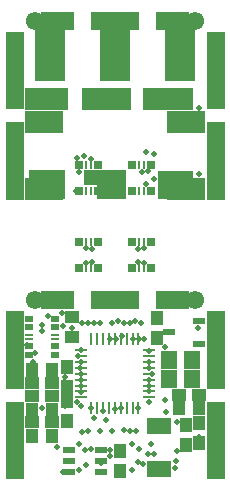
<source format=gbr>
G04 EAGLE Gerber RS-274X export*
G75*
%MOMM*%
%FSLAX34Y34*%
%LPD*%
%INSoldermask Bottom*%
%IPPOS*%
%AMOC8*
5,1,8,0,0,1.08239X$1,22.5*%
G01*
%ADD10R,3.250800X1.850800*%
%ADD11R,1.050800X1.150800*%
%ADD12R,1.150800X1.050800*%
%ADD13R,1.350800X1.550800*%
%ADD14R,2.590800X5.130800*%
%ADD15R,1.050800X0.600800*%
%ADD16R,0.670800X0.650800*%
%ADD17R,0.290800X0.650800*%
%ADD18R,0.280800X1.050800*%
%ADD19R,1.050800X0.280800*%
%ADD20R,0.650800X0.600800*%
%ADD21R,0.650800X0.290800*%
%ADD22R,0.650800X0.500800*%
%ADD23R,2.050800X1.350800*%
%ADD24R,1.066800X0.558800*%
%ADD25C,0.504800*%
%ADD26R,1.550800X1.550800*%
%ADD27R,0.754800X0.754800*%
%ADD28C,1.550800*%


D10*
X56388Y333943D03*
X56388Y277943D03*
X176276Y333943D03*
X176276Y277943D03*
D11*
X187443Y91821D03*
X170443Y91821D03*
X45856Y68326D03*
X62856Y68326D03*
X45856Y90297D03*
X62856Y90297D03*
D12*
X170443Y103378D03*
X187443Y103378D03*
D13*
X181331Y132969D03*
X162331Y132969D03*
X181331Y116967D03*
X162331Y116967D03*
D11*
X120523Y55617D03*
X120523Y38617D03*
D12*
X45856Y112903D03*
X62856Y112903D03*
D11*
X75565Y81035D03*
X75565Y98035D03*
X75565Y127118D03*
X75565Y110118D03*
D12*
X62856Y79883D03*
X45856Y79883D03*
D11*
X187833Y79747D03*
X187833Y62747D03*
D12*
X62856Y101854D03*
X45856Y101854D03*
D11*
X151892Y168520D03*
X151892Y151520D03*
D14*
X61468Y394462D03*
X116586Y394462D03*
X171704Y394462D03*
D11*
X45856Y124460D03*
X62856Y124460D03*
D12*
X80010Y152028D03*
X80010Y169028D03*
D15*
X77343Y37592D03*
X77343Y47092D03*
X77343Y56592D03*
X104343Y37592D03*
X104343Y47092D03*
X104343Y56592D03*
D16*
X102235Y297688D03*
X86235Y297688D03*
X86235Y275688D03*
X102235Y275688D03*
D17*
X96235Y297688D03*
X92235Y297688D03*
X96235Y275688D03*
X92235Y275688D03*
D16*
X146939Y297688D03*
X130939Y297688D03*
X130939Y275688D03*
X146939Y275688D03*
D17*
X140939Y297688D03*
X136939Y297688D03*
X140939Y275688D03*
X136939Y275688D03*
D16*
X146939Y232410D03*
X130939Y232410D03*
X130939Y210410D03*
X146939Y210410D03*
D17*
X140939Y232410D03*
X136939Y232410D03*
X140939Y210410D03*
X136939Y210410D03*
D16*
X85725Y210439D03*
X101725Y210439D03*
X101725Y232439D03*
X85725Y232439D03*
D17*
X91725Y210439D03*
X95725Y210439D03*
X91725Y232439D03*
X95725Y232439D03*
D18*
X136332Y92158D03*
X131332Y92158D03*
X126332Y92158D03*
X121332Y92158D03*
X116332Y92158D03*
X111332Y92158D03*
X106332Y92158D03*
X101332Y92158D03*
X96332Y92158D03*
D19*
X87332Y101158D03*
X87332Y106158D03*
X87332Y111158D03*
X87332Y116158D03*
X87332Y121158D03*
X87332Y126158D03*
X87332Y131158D03*
X87332Y136158D03*
X87332Y141158D03*
D18*
X96332Y150158D03*
X101332Y150158D03*
X106332Y150158D03*
X111332Y150158D03*
X116332Y150158D03*
X121332Y150158D03*
X126332Y150158D03*
X131332Y150158D03*
X136332Y150158D03*
D19*
X145332Y141158D03*
X145332Y136158D03*
X145332Y131158D03*
X145332Y126158D03*
X145332Y121158D03*
X145332Y116158D03*
X145332Y111158D03*
X145332Y106158D03*
X145382Y101158D03*
D11*
X176784Y78096D03*
X176784Y61096D03*
D20*
X43434Y160274D03*
D21*
X43434Y154274D03*
X43434Y150274D03*
D20*
X43434Y144274D03*
X65934Y144274D03*
X65934Y160274D03*
D21*
X65934Y154274D03*
X65934Y150274D03*
D22*
X43434Y167774D03*
X43434Y136774D03*
X65934Y167774D03*
X65934Y136774D03*
D23*
X153670Y40174D03*
X153670Y77174D03*
D24*
X187745Y165749D03*
X187745Y146477D03*
X161805Y156637D03*
D25*
X145332Y106110D03*
X116284Y91440D03*
X87476Y141302D03*
X103812Y163703D03*
X131332Y150158D03*
X112502Y56337D03*
X101725Y210164D03*
D26*
X31496Y313817D03*
X31496Y301244D03*
X31496Y288671D03*
X201676Y313817D03*
X201676Y301244D03*
X201676Y288671D03*
X201676Y276098D03*
D27*
X110744Y272415D03*
X122428Y272415D03*
X110744Y278257D03*
X116586Y278257D03*
X122428Y278257D03*
X110744Y284099D03*
X116586Y284099D03*
X122428Y284099D03*
X110744Y289941D03*
X116586Y289941D03*
X122428Y289941D03*
X104902Y272415D03*
X104902Y278257D03*
X104902Y284099D03*
X104902Y289941D03*
X116586Y272415D03*
D26*
X201676Y77216D03*
X201676Y64643D03*
X201676Y52070D03*
X201676Y39497D03*
D25*
X186935Y160050D03*
X187824Y67818D03*
X167600Y41023D03*
D26*
X31496Y276098D03*
X201676Y326390D03*
X31496Y326390D03*
D27*
X99060Y284099D03*
X99060Y289941D03*
X93218Y284099D03*
X93218Y289941D03*
D26*
X201676Y89789D03*
D25*
X45720Y115801D03*
X48356Y138978D03*
X77343Y47092D03*
D26*
X31496Y77216D03*
X31496Y64643D03*
X31496Y52070D03*
X31496Y39497D03*
X31496Y89789D03*
D25*
X104343Y45570D03*
X136332Y92158D03*
X136380Y150212D03*
X151892Y168520D03*
X46990Y130819D03*
X83047Y170950D03*
X85725Y61849D03*
D26*
X201676Y166497D03*
X201676Y153924D03*
X201676Y141351D03*
X201676Y128778D03*
D25*
X167767Y47094D03*
D26*
X201676Y116205D03*
D25*
X117023Y150212D03*
X158764Y98703D03*
X93726Y72707D03*
X73764Y118751D03*
X140511Y44466D03*
X138764Y163703D03*
X87255Y116110D03*
X128812Y163703D03*
X118764Y165842D03*
X87255Y111062D03*
X159297Y89044D03*
X145273Y96849D03*
X187833Y79747D03*
X93716Y163703D03*
X145332Y126110D03*
X98764Y163703D03*
X147519Y121158D03*
X145332Y131158D03*
X88668Y163865D03*
D26*
X31496Y403098D03*
X31496Y390525D03*
X31496Y377952D03*
X201676Y403098D03*
X201676Y390525D03*
X201676Y377952D03*
X201676Y365379D03*
D25*
X86235Y291785D03*
D26*
X31496Y365379D03*
X31496Y352806D03*
X201676Y352806D03*
D25*
X121332Y92158D03*
X42155Y145578D03*
X90551Y305625D03*
X83439Y275844D03*
D27*
X47371Y272288D03*
X47371Y278130D03*
X53213Y272288D03*
X53213Y278130D03*
X59055Y278130D03*
X59055Y272288D03*
X64897Y272288D03*
X64897Y278130D03*
X70739Y278130D03*
X70739Y272288D03*
X47371Y283972D03*
X53213Y283972D03*
X59055Y283972D03*
X64897Y283972D03*
X70739Y283972D03*
X47371Y289814D03*
X53213Y289814D03*
X59055Y289814D03*
X64897Y289814D03*
X70739Y289814D03*
X49530Y353441D03*
X43688Y353441D03*
X43688Y347599D03*
X49530Y347599D03*
X55372Y353441D03*
X55372Y347599D03*
X61214Y353441D03*
X61214Y347599D03*
X67056Y347599D03*
X67056Y353441D03*
X72898Y353441D03*
X72898Y347599D03*
D25*
X83947Y303847D03*
D27*
X49530Y359283D03*
X43688Y359283D03*
X55372Y359283D03*
X61214Y359283D03*
X67056Y359283D03*
X72898Y359283D03*
D28*
X48895Y419989D03*
D26*
X61468Y419989D03*
X74041Y419989D03*
D27*
X91694Y347599D03*
X91694Y353441D03*
X97536Y353441D03*
X103378Y353441D03*
X109220Y353441D03*
X115062Y353441D03*
X120904Y353441D03*
X126746Y353441D03*
X126746Y347599D03*
X97536Y347599D03*
X103378Y347599D03*
X109220Y347599D03*
X115062Y347599D03*
X120904Y347599D03*
D25*
X96139Y302768D03*
D27*
X91694Y359283D03*
X97536Y359283D03*
X103378Y359283D03*
X109220Y359283D03*
X115062Y359283D03*
X120904Y359283D03*
X126746Y359283D03*
D26*
X104013Y419989D03*
X116586Y419989D03*
X129159Y419989D03*
D25*
X142748Y308546D03*
X130939Y275688D03*
X187833Y346202D03*
X144289Y292371D03*
D27*
X143891Y347599D03*
X143891Y353441D03*
X149733Y353441D03*
X155575Y353441D03*
X161417Y353441D03*
X167259Y353441D03*
X173101Y353441D03*
X178943Y353441D03*
X178943Y347599D03*
X173101Y347599D03*
X167259Y347599D03*
X161417Y347599D03*
X155575Y347599D03*
X149733Y347599D03*
D25*
X149606Y306768D03*
D27*
X143891Y359283D03*
X149733Y359283D03*
X155575Y359283D03*
X161417Y359283D03*
X167259Y359283D03*
X173101Y359283D03*
X178943Y359283D03*
D26*
X159131Y419989D03*
X171704Y419989D03*
D28*
X184277Y419989D03*
D27*
X155956Y278003D03*
X161798Y278003D03*
X167640Y278003D03*
X173482Y278003D03*
X179324Y278003D03*
X173482Y272161D03*
X179324Y272161D03*
X161798Y272161D03*
X167640Y272161D03*
X155956Y272161D03*
X155956Y283845D03*
X161798Y283845D03*
X167640Y283845D03*
X173482Y283845D03*
X179324Y283845D03*
X155956Y289687D03*
X161798Y289687D03*
X167640Y289687D03*
X173482Y289687D03*
X179324Y289687D03*
D25*
X187833Y290102D03*
X149422Y285863D03*
X130939Y61870D03*
X108764Y82002D03*
X130939Y39370D03*
X123730Y73115D03*
X85725Y39349D03*
X128778Y72728D03*
X146939Y61870D03*
X103759Y72707D03*
X88678Y72136D03*
X112364Y51289D03*
X133826Y72728D03*
X91500Y43792D03*
X84086Y96849D03*
X90902Y56333D03*
X67009Y59077D03*
X95950Y57407D03*
X113792Y72707D03*
X136714Y57428D03*
X98832Y84041D03*
X168625Y79883D03*
X73764Y93703D03*
X135571Y46665D03*
X85260Y136379D03*
X158764Y143655D03*
X122023Y153044D03*
X60184Y111085D03*
X87838Y93462D03*
X149532Y53520D03*
X73660Y113703D03*
X96332Y92187D03*
X133788Y165866D03*
X87255Y121158D03*
X123764Y163703D03*
X113764Y163703D03*
X87255Y106014D03*
X178983Y78096D03*
X168625Y55443D03*
X106008Y89362D03*
X54697Y92320D03*
X72263Y37846D03*
X111882Y150708D03*
X59775Y169926D03*
X141428Y150212D03*
X54864Y162433D03*
X145273Y140483D03*
X54745Y157218D03*
X145332Y116206D03*
X72093Y161593D03*
X145332Y111158D03*
X80399Y160187D03*
X144484Y53389D03*
X159123Y44404D03*
X87255Y131331D03*
X87245Y126245D03*
X71351Y172124D03*
X139241Y291529D03*
X142764Y281847D03*
X146939Y232410D03*
X140989Y227793D03*
X135941Y226845D03*
X130939Y232410D03*
X146939Y210185D03*
X140989Y215028D03*
X135941Y215976D03*
X130939Y210185D03*
X85725Y210164D03*
X91675Y215057D03*
X96723Y216005D03*
X85725Y232439D03*
X91675Y227822D03*
X96723Y226874D03*
X101725Y232439D03*
D26*
X31496Y166497D03*
X31496Y153924D03*
X31496Y141351D03*
X31496Y128778D03*
X31496Y116205D03*
D28*
X48895Y183388D03*
D26*
X61468Y183388D03*
X74041Y183388D03*
X104013Y183388D03*
X116586Y183388D03*
X129159Y183388D03*
X159131Y183388D03*
X171704Y183388D03*
D28*
X184277Y183388D03*
M02*

</source>
